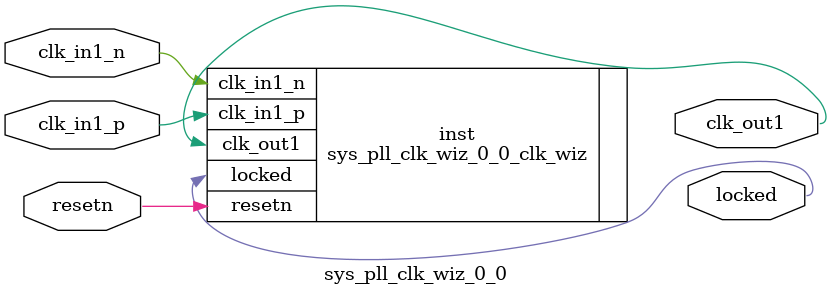
<source format=v>


`timescale 1ps/1ps

(* CORE_GENERATION_INFO = "sys_pll_clk_wiz_0_0,clk_wiz_v6_0_1_0_0,{component_name=sys_pll_clk_wiz_0_0,use_phase_alignment=false,use_min_o_jitter=false,use_max_i_jitter=false,use_dyn_phase_shift=false,use_inclk_switchover=false,use_dyn_reconfig=false,enable_axi=0,feedback_source=FDBK_AUTO,PRIMITIVE=PLL,num_out_clk=1,clkin1_period=6.400,clkin2_period=10.000,use_power_down=false,use_reset=true,use_locked=true,use_inclk_stopped=false,feedback_type=SINGLE,CLOCK_MGR_TYPE=NA,manual_override=true}" *)

module sys_pll_clk_wiz_0_0 
 (
  // Clock out ports
  output        clk_out1,
  // Status and control signals
  input         resetn,
  output        locked,
 // Clock in ports
  input         clk_in1_p,
  input         clk_in1_n
 );

  sys_pll_clk_wiz_0_0_clk_wiz inst
  (
  // Clock out ports  
  .clk_out1(clk_out1),
  // Status and control signals               
  .resetn(resetn), 
  .locked(locked),
 // Clock in ports
  .clk_in1_p(clk_in1_p),
  .clk_in1_n(clk_in1_n)
  );

endmodule

</source>
